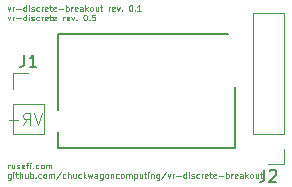
<source format=gto>
G04 #@! TF.GenerationSoftware,KiCad,Pcbnew,8.0.1-8.0.1-1~ubuntu22.04.1*
G04 #@! TF.CreationDate,2024-04-21T13:26:12+00:00*
G04 #@! TF.ProjectId,vr-discrete,76722d64-6973-4637-9265-74652e6b6963,rev?*
G04 #@! TF.SameCoordinates,Original*
G04 #@! TF.FileFunction,Legend,Top*
G04 #@! TF.FilePolarity,Positive*
%FSLAX46Y46*%
G04 Gerber Fmt 4.6, Leading zero omitted, Abs format (unit mm)*
G04 Created by KiCad (PCBNEW 8.0.1-8.0.1-1~ubuntu22.04.1) date 2024-04-21 13:26:12*
%MOMM*%
%LPD*%
G01*
G04 APERTURE LIST*
%ADD10C,0.100000*%
%ADD11C,0.150000*%
%ADD12C,0.120000*%
%ADD13C,0.200000*%
G04 APERTURE END LIST*
D10*
X772217Y15174696D02*
X891265Y14841363D01*
X891265Y14841363D02*
X1010312Y15174696D01*
X1200788Y14841363D02*
X1200788Y15174696D01*
X1200788Y15079458D02*
X1224598Y15127077D01*
X1224598Y15127077D02*
X1248407Y15150887D01*
X1248407Y15150887D02*
X1296026Y15174696D01*
X1296026Y15174696D02*
X1343645Y15174696D01*
X1510312Y15031839D02*
X1891265Y15031839D01*
X2343646Y14841363D02*
X2343646Y15341363D01*
X2343646Y14865172D02*
X2296027Y14841363D01*
X2296027Y14841363D02*
X2200789Y14841363D01*
X2200789Y14841363D02*
X2153170Y14865172D01*
X2153170Y14865172D02*
X2129360Y14888982D01*
X2129360Y14888982D02*
X2105551Y14936601D01*
X2105551Y14936601D02*
X2105551Y15079458D01*
X2105551Y15079458D02*
X2129360Y15127077D01*
X2129360Y15127077D02*
X2153170Y15150887D01*
X2153170Y15150887D02*
X2200789Y15174696D01*
X2200789Y15174696D02*
X2296027Y15174696D01*
X2296027Y15174696D02*
X2343646Y15150887D01*
X2581741Y14841363D02*
X2581741Y15174696D01*
X2581741Y15341363D02*
X2557932Y15317553D01*
X2557932Y15317553D02*
X2581741Y15293744D01*
X2581741Y15293744D02*
X2605551Y15317553D01*
X2605551Y15317553D02*
X2581741Y15341363D01*
X2581741Y15341363D02*
X2581741Y15293744D01*
X2796027Y14865172D02*
X2843646Y14841363D01*
X2843646Y14841363D02*
X2938884Y14841363D01*
X2938884Y14841363D02*
X2986503Y14865172D01*
X2986503Y14865172D02*
X3010312Y14912792D01*
X3010312Y14912792D02*
X3010312Y14936601D01*
X3010312Y14936601D02*
X2986503Y14984220D01*
X2986503Y14984220D02*
X2938884Y15008030D01*
X2938884Y15008030D02*
X2867455Y15008030D01*
X2867455Y15008030D02*
X2819836Y15031839D01*
X2819836Y15031839D02*
X2796027Y15079458D01*
X2796027Y15079458D02*
X2796027Y15103268D01*
X2796027Y15103268D02*
X2819836Y15150887D01*
X2819836Y15150887D02*
X2867455Y15174696D01*
X2867455Y15174696D02*
X2938884Y15174696D01*
X2938884Y15174696D02*
X2986503Y15150887D01*
X3438884Y14865172D02*
X3391265Y14841363D01*
X3391265Y14841363D02*
X3296027Y14841363D01*
X3296027Y14841363D02*
X3248408Y14865172D01*
X3248408Y14865172D02*
X3224598Y14888982D01*
X3224598Y14888982D02*
X3200789Y14936601D01*
X3200789Y14936601D02*
X3200789Y15079458D01*
X3200789Y15079458D02*
X3224598Y15127077D01*
X3224598Y15127077D02*
X3248408Y15150887D01*
X3248408Y15150887D02*
X3296027Y15174696D01*
X3296027Y15174696D02*
X3391265Y15174696D01*
X3391265Y15174696D02*
X3438884Y15150887D01*
X3653169Y14841363D02*
X3653169Y15174696D01*
X3653169Y15079458D02*
X3676979Y15127077D01*
X3676979Y15127077D02*
X3700788Y15150887D01*
X3700788Y15150887D02*
X3748407Y15174696D01*
X3748407Y15174696D02*
X3796026Y15174696D01*
X4153169Y14865172D02*
X4105550Y14841363D01*
X4105550Y14841363D02*
X4010312Y14841363D01*
X4010312Y14841363D02*
X3962693Y14865172D01*
X3962693Y14865172D02*
X3938884Y14912792D01*
X3938884Y14912792D02*
X3938884Y15103268D01*
X3938884Y15103268D02*
X3962693Y15150887D01*
X3962693Y15150887D02*
X4010312Y15174696D01*
X4010312Y15174696D02*
X4105550Y15174696D01*
X4105550Y15174696D02*
X4153169Y15150887D01*
X4153169Y15150887D02*
X4176979Y15103268D01*
X4176979Y15103268D02*
X4176979Y15055649D01*
X4176979Y15055649D02*
X3938884Y15008030D01*
X4319836Y15174696D02*
X4510312Y15174696D01*
X4391264Y15341363D02*
X4391264Y14912792D01*
X4391264Y14912792D02*
X4415074Y14865172D01*
X4415074Y14865172D02*
X4462693Y14841363D01*
X4462693Y14841363D02*
X4510312Y14841363D01*
X4867454Y14865172D02*
X4819835Y14841363D01*
X4819835Y14841363D02*
X4724597Y14841363D01*
X4724597Y14841363D02*
X4676978Y14865172D01*
X4676978Y14865172D02*
X4653169Y14912792D01*
X4653169Y14912792D02*
X4653169Y15103268D01*
X4653169Y15103268D02*
X4676978Y15150887D01*
X4676978Y15150887D02*
X4724597Y15174696D01*
X4724597Y15174696D02*
X4819835Y15174696D01*
X4819835Y15174696D02*
X4867454Y15150887D01*
X4867454Y15150887D02*
X4891264Y15103268D01*
X4891264Y15103268D02*
X4891264Y15055649D01*
X4891264Y15055649D02*
X4653169Y15008030D01*
X5105549Y15031839D02*
X5486502Y15031839D01*
X5724597Y14841363D02*
X5724597Y15341363D01*
X5724597Y15150887D02*
X5772216Y15174696D01*
X5772216Y15174696D02*
X5867454Y15174696D01*
X5867454Y15174696D02*
X5915073Y15150887D01*
X5915073Y15150887D02*
X5938883Y15127077D01*
X5938883Y15127077D02*
X5962692Y15079458D01*
X5962692Y15079458D02*
X5962692Y14936601D01*
X5962692Y14936601D02*
X5938883Y14888982D01*
X5938883Y14888982D02*
X5915073Y14865172D01*
X5915073Y14865172D02*
X5867454Y14841363D01*
X5867454Y14841363D02*
X5772216Y14841363D01*
X5772216Y14841363D02*
X5724597Y14865172D01*
X6176978Y14841363D02*
X6176978Y15174696D01*
X6176978Y15079458D02*
X6200788Y15127077D01*
X6200788Y15127077D02*
X6224597Y15150887D01*
X6224597Y15150887D02*
X6272216Y15174696D01*
X6272216Y15174696D02*
X6319835Y15174696D01*
X6676978Y14865172D02*
X6629359Y14841363D01*
X6629359Y14841363D02*
X6534121Y14841363D01*
X6534121Y14841363D02*
X6486502Y14865172D01*
X6486502Y14865172D02*
X6462693Y14912792D01*
X6462693Y14912792D02*
X6462693Y15103268D01*
X6462693Y15103268D02*
X6486502Y15150887D01*
X6486502Y15150887D02*
X6534121Y15174696D01*
X6534121Y15174696D02*
X6629359Y15174696D01*
X6629359Y15174696D02*
X6676978Y15150887D01*
X6676978Y15150887D02*
X6700788Y15103268D01*
X6700788Y15103268D02*
X6700788Y15055649D01*
X6700788Y15055649D02*
X6462693Y15008030D01*
X7129359Y14841363D02*
X7129359Y15103268D01*
X7129359Y15103268D02*
X7105549Y15150887D01*
X7105549Y15150887D02*
X7057930Y15174696D01*
X7057930Y15174696D02*
X6962692Y15174696D01*
X6962692Y15174696D02*
X6915073Y15150887D01*
X7129359Y14865172D02*
X7081740Y14841363D01*
X7081740Y14841363D02*
X6962692Y14841363D01*
X6962692Y14841363D02*
X6915073Y14865172D01*
X6915073Y14865172D02*
X6891264Y14912792D01*
X6891264Y14912792D02*
X6891264Y14960411D01*
X6891264Y14960411D02*
X6915073Y15008030D01*
X6915073Y15008030D02*
X6962692Y15031839D01*
X6962692Y15031839D02*
X7081740Y15031839D01*
X7081740Y15031839D02*
X7129359Y15055649D01*
X7367454Y14841363D02*
X7367454Y15341363D01*
X7415073Y15031839D02*
X7557930Y14841363D01*
X7557930Y15174696D02*
X7367454Y14984220D01*
X7843645Y14841363D02*
X7796026Y14865172D01*
X7796026Y14865172D02*
X7772216Y14888982D01*
X7772216Y14888982D02*
X7748407Y14936601D01*
X7748407Y14936601D02*
X7748407Y15079458D01*
X7748407Y15079458D02*
X7772216Y15127077D01*
X7772216Y15127077D02*
X7796026Y15150887D01*
X7796026Y15150887D02*
X7843645Y15174696D01*
X7843645Y15174696D02*
X7915073Y15174696D01*
X7915073Y15174696D02*
X7962692Y15150887D01*
X7962692Y15150887D02*
X7986502Y15127077D01*
X7986502Y15127077D02*
X8010311Y15079458D01*
X8010311Y15079458D02*
X8010311Y14936601D01*
X8010311Y14936601D02*
X7986502Y14888982D01*
X7986502Y14888982D02*
X7962692Y14865172D01*
X7962692Y14865172D02*
X7915073Y14841363D01*
X7915073Y14841363D02*
X7843645Y14841363D01*
X8438883Y15174696D02*
X8438883Y14841363D01*
X8224597Y15174696D02*
X8224597Y14912792D01*
X8224597Y14912792D02*
X8248407Y14865172D01*
X8248407Y14865172D02*
X8296026Y14841363D01*
X8296026Y14841363D02*
X8367454Y14841363D01*
X8367454Y14841363D02*
X8415073Y14865172D01*
X8415073Y14865172D02*
X8438883Y14888982D01*
X8605550Y15174696D02*
X8796026Y15174696D01*
X8676978Y15341363D02*
X8676978Y14912792D01*
X8676978Y14912792D02*
X8700788Y14865172D01*
X8700788Y14865172D02*
X8748407Y14841363D01*
X8748407Y14841363D02*
X8796026Y14841363D01*
X9343644Y14841363D02*
X9343644Y15174696D01*
X9343644Y15079458D02*
X9367454Y15127077D01*
X9367454Y15127077D02*
X9391263Y15150887D01*
X9391263Y15150887D02*
X9438882Y15174696D01*
X9438882Y15174696D02*
X9486501Y15174696D01*
X9843644Y14865172D02*
X9796025Y14841363D01*
X9796025Y14841363D02*
X9700787Y14841363D01*
X9700787Y14841363D02*
X9653168Y14865172D01*
X9653168Y14865172D02*
X9629359Y14912792D01*
X9629359Y14912792D02*
X9629359Y15103268D01*
X9629359Y15103268D02*
X9653168Y15150887D01*
X9653168Y15150887D02*
X9700787Y15174696D01*
X9700787Y15174696D02*
X9796025Y15174696D01*
X9796025Y15174696D02*
X9843644Y15150887D01*
X9843644Y15150887D02*
X9867454Y15103268D01*
X9867454Y15103268D02*
X9867454Y15055649D01*
X9867454Y15055649D02*
X9629359Y15008030D01*
X10034120Y15174696D02*
X10153168Y14841363D01*
X10153168Y14841363D02*
X10272215Y15174696D01*
X10462691Y14888982D02*
X10486501Y14865172D01*
X10486501Y14865172D02*
X10462691Y14841363D01*
X10462691Y14841363D02*
X10438882Y14865172D01*
X10438882Y14865172D02*
X10462691Y14888982D01*
X10462691Y14888982D02*
X10462691Y14841363D01*
X11176976Y15341363D02*
X11224595Y15341363D01*
X11224595Y15341363D02*
X11272214Y15317553D01*
X11272214Y15317553D02*
X11296024Y15293744D01*
X11296024Y15293744D02*
X11319833Y15246125D01*
X11319833Y15246125D02*
X11343643Y15150887D01*
X11343643Y15150887D02*
X11343643Y15031839D01*
X11343643Y15031839D02*
X11319833Y14936601D01*
X11319833Y14936601D02*
X11296024Y14888982D01*
X11296024Y14888982D02*
X11272214Y14865172D01*
X11272214Y14865172D02*
X11224595Y14841363D01*
X11224595Y14841363D02*
X11176976Y14841363D01*
X11176976Y14841363D02*
X11129357Y14865172D01*
X11129357Y14865172D02*
X11105548Y14888982D01*
X11105548Y14888982D02*
X11081738Y14936601D01*
X11081738Y14936601D02*
X11057929Y15031839D01*
X11057929Y15031839D02*
X11057929Y15150887D01*
X11057929Y15150887D02*
X11081738Y15246125D01*
X11081738Y15246125D02*
X11105548Y15293744D01*
X11105548Y15293744D02*
X11129357Y15317553D01*
X11129357Y15317553D02*
X11176976Y15341363D01*
X11557928Y14888982D02*
X11581738Y14865172D01*
X11581738Y14865172D02*
X11557928Y14841363D01*
X11557928Y14841363D02*
X11534119Y14865172D01*
X11534119Y14865172D02*
X11557928Y14888982D01*
X11557928Y14888982D02*
X11557928Y14841363D01*
X12057928Y14841363D02*
X11772214Y14841363D01*
X11915071Y14841363D02*
X11915071Y15341363D01*
X11915071Y15341363D02*
X11867452Y15269934D01*
X11867452Y15269934D02*
X11819833Y15222315D01*
X11819833Y15222315D02*
X11772214Y15198506D01*
X772217Y14369724D02*
X891265Y14036391D01*
X891265Y14036391D02*
X1010312Y14369724D01*
X1200788Y14036391D02*
X1200788Y14369724D01*
X1200788Y14274486D02*
X1224598Y14322105D01*
X1224598Y14322105D02*
X1248407Y14345915D01*
X1248407Y14345915D02*
X1296026Y14369724D01*
X1296026Y14369724D02*
X1343645Y14369724D01*
X1510312Y14226867D02*
X1891265Y14226867D01*
X2343646Y14036391D02*
X2343646Y14536391D01*
X2343646Y14060200D02*
X2296027Y14036391D01*
X2296027Y14036391D02*
X2200789Y14036391D01*
X2200789Y14036391D02*
X2153170Y14060200D01*
X2153170Y14060200D02*
X2129360Y14084010D01*
X2129360Y14084010D02*
X2105551Y14131629D01*
X2105551Y14131629D02*
X2105551Y14274486D01*
X2105551Y14274486D02*
X2129360Y14322105D01*
X2129360Y14322105D02*
X2153170Y14345915D01*
X2153170Y14345915D02*
X2200789Y14369724D01*
X2200789Y14369724D02*
X2296027Y14369724D01*
X2296027Y14369724D02*
X2343646Y14345915D01*
X2581741Y14036391D02*
X2581741Y14369724D01*
X2581741Y14536391D02*
X2557932Y14512581D01*
X2557932Y14512581D02*
X2581741Y14488772D01*
X2581741Y14488772D02*
X2605551Y14512581D01*
X2605551Y14512581D02*
X2581741Y14536391D01*
X2581741Y14536391D02*
X2581741Y14488772D01*
X2796027Y14060200D02*
X2843646Y14036391D01*
X2843646Y14036391D02*
X2938884Y14036391D01*
X2938884Y14036391D02*
X2986503Y14060200D01*
X2986503Y14060200D02*
X3010312Y14107820D01*
X3010312Y14107820D02*
X3010312Y14131629D01*
X3010312Y14131629D02*
X2986503Y14179248D01*
X2986503Y14179248D02*
X2938884Y14203058D01*
X2938884Y14203058D02*
X2867455Y14203058D01*
X2867455Y14203058D02*
X2819836Y14226867D01*
X2819836Y14226867D02*
X2796027Y14274486D01*
X2796027Y14274486D02*
X2796027Y14298296D01*
X2796027Y14298296D02*
X2819836Y14345915D01*
X2819836Y14345915D02*
X2867455Y14369724D01*
X2867455Y14369724D02*
X2938884Y14369724D01*
X2938884Y14369724D02*
X2986503Y14345915D01*
X3438884Y14060200D02*
X3391265Y14036391D01*
X3391265Y14036391D02*
X3296027Y14036391D01*
X3296027Y14036391D02*
X3248408Y14060200D01*
X3248408Y14060200D02*
X3224598Y14084010D01*
X3224598Y14084010D02*
X3200789Y14131629D01*
X3200789Y14131629D02*
X3200789Y14274486D01*
X3200789Y14274486D02*
X3224598Y14322105D01*
X3224598Y14322105D02*
X3248408Y14345915D01*
X3248408Y14345915D02*
X3296027Y14369724D01*
X3296027Y14369724D02*
X3391265Y14369724D01*
X3391265Y14369724D02*
X3438884Y14345915D01*
X3653169Y14036391D02*
X3653169Y14369724D01*
X3653169Y14274486D02*
X3676979Y14322105D01*
X3676979Y14322105D02*
X3700788Y14345915D01*
X3700788Y14345915D02*
X3748407Y14369724D01*
X3748407Y14369724D02*
X3796026Y14369724D01*
X4153169Y14060200D02*
X4105550Y14036391D01*
X4105550Y14036391D02*
X4010312Y14036391D01*
X4010312Y14036391D02*
X3962693Y14060200D01*
X3962693Y14060200D02*
X3938884Y14107820D01*
X3938884Y14107820D02*
X3938884Y14298296D01*
X3938884Y14298296D02*
X3962693Y14345915D01*
X3962693Y14345915D02*
X4010312Y14369724D01*
X4010312Y14369724D02*
X4105550Y14369724D01*
X4105550Y14369724D02*
X4153169Y14345915D01*
X4153169Y14345915D02*
X4176979Y14298296D01*
X4176979Y14298296D02*
X4176979Y14250677D01*
X4176979Y14250677D02*
X3938884Y14203058D01*
X4319836Y14369724D02*
X4510312Y14369724D01*
X4391264Y14536391D02*
X4391264Y14107820D01*
X4391264Y14107820D02*
X4415074Y14060200D01*
X4415074Y14060200D02*
X4462693Y14036391D01*
X4462693Y14036391D02*
X4510312Y14036391D01*
X4867454Y14060200D02*
X4819835Y14036391D01*
X4819835Y14036391D02*
X4724597Y14036391D01*
X4724597Y14036391D02*
X4676978Y14060200D01*
X4676978Y14060200D02*
X4653169Y14107820D01*
X4653169Y14107820D02*
X4653169Y14298296D01*
X4653169Y14298296D02*
X4676978Y14345915D01*
X4676978Y14345915D02*
X4724597Y14369724D01*
X4724597Y14369724D02*
X4819835Y14369724D01*
X4819835Y14369724D02*
X4867454Y14345915D01*
X4867454Y14345915D02*
X4891264Y14298296D01*
X4891264Y14298296D02*
X4891264Y14250677D01*
X4891264Y14250677D02*
X4653169Y14203058D01*
X5486501Y14036391D02*
X5486501Y14369724D01*
X5486501Y14274486D02*
X5510311Y14322105D01*
X5510311Y14322105D02*
X5534120Y14345915D01*
X5534120Y14345915D02*
X5581739Y14369724D01*
X5581739Y14369724D02*
X5629358Y14369724D01*
X5986501Y14060200D02*
X5938882Y14036391D01*
X5938882Y14036391D02*
X5843644Y14036391D01*
X5843644Y14036391D02*
X5796025Y14060200D01*
X5796025Y14060200D02*
X5772216Y14107820D01*
X5772216Y14107820D02*
X5772216Y14298296D01*
X5772216Y14298296D02*
X5796025Y14345915D01*
X5796025Y14345915D02*
X5843644Y14369724D01*
X5843644Y14369724D02*
X5938882Y14369724D01*
X5938882Y14369724D02*
X5986501Y14345915D01*
X5986501Y14345915D02*
X6010311Y14298296D01*
X6010311Y14298296D02*
X6010311Y14250677D01*
X6010311Y14250677D02*
X5772216Y14203058D01*
X6176977Y14369724D02*
X6296025Y14036391D01*
X6296025Y14036391D02*
X6415072Y14369724D01*
X6605548Y14084010D02*
X6629358Y14060200D01*
X6629358Y14060200D02*
X6605548Y14036391D01*
X6605548Y14036391D02*
X6581739Y14060200D01*
X6581739Y14060200D02*
X6605548Y14084010D01*
X6605548Y14084010D02*
X6605548Y14036391D01*
X7319833Y14536391D02*
X7367452Y14536391D01*
X7367452Y14536391D02*
X7415071Y14512581D01*
X7415071Y14512581D02*
X7438881Y14488772D01*
X7438881Y14488772D02*
X7462690Y14441153D01*
X7462690Y14441153D02*
X7486500Y14345915D01*
X7486500Y14345915D02*
X7486500Y14226867D01*
X7486500Y14226867D02*
X7462690Y14131629D01*
X7462690Y14131629D02*
X7438881Y14084010D01*
X7438881Y14084010D02*
X7415071Y14060200D01*
X7415071Y14060200D02*
X7367452Y14036391D01*
X7367452Y14036391D02*
X7319833Y14036391D01*
X7319833Y14036391D02*
X7272214Y14060200D01*
X7272214Y14060200D02*
X7248405Y14084010D01*
X7248405Y14084010D02*
X7224595Y14131629D01*
X7224595Y14131629D02*
X7200786Y14226867D01*
X7200786Y14226867D02*
X7200786Y14345915D01*
X7200786Y14345915D02*
X7224595Y14441153D01*
X7224595Y14441153D02*
X7248405Y14488772D01*
X7248405Y14488772D02*
X7272214Y14512581D01*
X7272214Y14512581D02*
X7319833Y14536391D01*
X7700785Y14084010D02*
X7724595Y14060200D01*
X7724595Y14060200D02*
X7700785Y14036391D01*
X7700785Y14036391D02*
X7676976Y14060200D01*
X7676976Y14060200D02*
X7700785Y14084010D01*
X7700785Y14084010D02*
X7700785Y14036391D01*
X8176975Y14536391D02*
X7938880Y14536391D01*
X7938880Y14536391D02*
X7915071Y14298296D01*
X7915071Y14298296D02*
X7938880Y14322105D01*
X7938880Y14322105D02*
X7986499Y14345915D01*
X7986499Y14345915D02*
X8105547Y14345915D01*
X8105547Y14345915D02*
X8153166Y14322105D01*
X8153166Y14322105D02*
X8176975Y14298296D01*
X8176975Y14298296D02*
X8200785Y14250677D01*
X8200785Y14250677D02*
X8200785Y14131629D01*
X8200785Y14131629D02*
X8176975Y14084010D01*
X8176975Y14084010D02*
X8153166Y14060200D01*
X8153166Y14060200D02*
X8105547Y14036391D01*
X8105547Y14036391D02*
X7986499Y14036391D01*
X7986499Y14036391D02*
X7938880Y14060200D01*
X7938880Y14060200D02*
X7915071Y14084010D01*
X3648972Y6207581D02*
X3315639Y5207581D01*
X3315639Y5207581D02*
X2982306Y6207581D01*
X2077544Y5207581D02*
X2410877Y5683772D01*
X2648972Y5207581D02*
X2648972Y6207581D01*
X2648972Y6207581D02*
X2268020Y6207581D01*
X2268020Y6207581D02*
X2172782Y6159962D01*
X2172782Y6159962D02*
X2125163Y6112343D01*
X2125163Y6112343D02*
X2077544Y6017105D01*
X2077544Y6017105D02*
X2077544Y5874248D01*
X2077544Y5874248D02*
X2125163Y5779010D01*
X2125163Y5779010D02*
X2172782Y5731391D01*
X2172782Y5731391D02*
X2268020Y5683772D01*
X2268020Y5683772D02*
X2648972Y5683772D01*
X1648972Y5588534D02*
X887068Y5588534D01*
X1268020Y5207581D02*
X1268020Y5969486D01*
X819836Y1506363D02*
X819836Y1839696D01*
X819836Y1744458D02*
X843646Y1792077D01*
X843646Y1792077D02*
X867455Y1815887D01*
X867455Y1815887D02*
X915074Y1839696D01*
X915074Y1839696D02*
X962693Y1839696D01*
X1343646Y1839696D02*
X1343646Y1506363D01*
X1129360Y1839696D02*
X1129360Y1577792D01*
X1129360Y1577792D02*
X1153170Y1530172D01*
X1153170Y1530172D02*
X1200789Y1506363D01*
X1200789Y1506363D02*
X1272217Y1506363D01*
X1272217Y1506363D02*
X1319836Y1530172D01*
X1319836Y1530172D02*
X1343646Y1553982D01*
X1557932Y1530172D02*
X1605551Y1506363D01*
X1605551Y1506363D02*
X1700789Y1506363D01*
X1700789Y1506363D02*
X1748408Y1530172D01*
X1748408Y1530172D02*
X1772217Y1577792D01*
X1772217Y1577792D02*
X1772217Y1601601D01*
X1772217Y1601601D02*
X1748408Y1649220D01*
X1748408Y1649220D02*
X1700789Y1673030D01*
X1700789Y1673030D02*
X1629360Y1673030D01*
X1629360Y1673030D02*
X1581741Y1696839D01*
X1581741Y1696839D02*
X1557932Y1744458D01*
X1557932Y1744458D02*
X1557932Y1768268D01*
X1557932Y1768268D02*
X1581741Y1815887D01*
X1581741Y1815887D02*
X1629360Y1839696D01*
X1629360Y1839696D02*
X1700789Y1839696D01*
X1700789Y1839696D02*
X1748408Y1815887D01*
X2176979Y1530172D02*
X2129360Y1506363D01*
X2129360Y1506363D02*
X2034122Y1506363D01*
X2034122Y1506363D02*
X1986503Y1530172D01*
X1986503Y1530172D02*
X1962694Y1577792D01*
X1962694Y1577792D02*
X1962694Y1768268D01*
X1962694Y1768268D02*
X1986503Y1815887D01*
X1986503Y1815887D02*
X2034122Y1839696D01*
X2034122Y1839696D02*
X2129360Y1839696D01*
X2129360Y1839696D02*
X2176979Y1815887D01*
X2176979Y1815887D02*
X2200789Y1768268D01*
X2200789Y1768268D02*
X2200789Y1720649D01*
X2200789Y1720649D02*
X1962694Y1673030D01*
X2343646Y1839696D02*
X2534122Y1839696D01*
X2415074Y1506363D02*
X2415074Y1934934D01*
X2415074Y1934934D02*
X2438884Y1982553D01*
X2438884Y1982553D02*
X2486503Y2006363D01*
X2486503Y2006363D02*
X2534122Y2006363D01*
X2700788Y1506363D02*
X2700788Y1839696D01*
X2700788Y2006363D02*
X2676979Y1982553D01*
X2676979Y1982553D02*
X2700788Y1958744D01*
X2700788Y1958744D02*
X2724598Y1982553D01*
X2724598Y1982553D02*
X2700788Y2006363D01*
X2700788Y2006363D02*
X2700788Y1958744D01*
X2938883Y1553982D02*
X2962693Y1530172D01*
X2962693Y1530172D02*
X2938883Y1506363D01*
X2938883Y1506363D02*
X2915074Y1530172D01*
X2915074Y1530172D02*
X2938883Y1553982D01*
X2938883Y1553982D02*
X2938883Y1506363D01*
X3391264Y1530172D02*
X3343645Y1506363D01*
X3343645Y1506363D02*
X3248407Y1506363D01*
X3248407Y1506363D02*
X3200788Y1530172D01*
X3200788Y1530172D02*
X3176978Y1553982D01*
X3176978Y1553982D02*
X3153169Y1601601D01*
X3153169Y1601601D02*
X3153169Y1744458D01*
X3153169Y1744458D02*
X3176978Y1792077D01*
X3176978Y1792077D02*
X3200788Y1815887D01*
X3200788Y1815887D02*
X3248407Y1839696D01*
X3248407Y1839696D02*
X3343645Y1839696D01*
X3343645Y1839696D02*
X3391264Y1815887D01*
X3676978Y1506363D02*
X3629359Y1530172D01*
X3629359Y1530172D02*
X3605549Y1553982D01*
X3605549Y1553982D02*
X3581740Y1601601D01*
X3581740Y1601601D02*
X3581740Y1744458D01*
X3581740Y1744458D02*
X3605549Y1792077D01*
X3605549Y1792077D02*
X3629359Y1815887D01*
X3629359Y1815887D02*
X3676978Y1839696D01*
X3676978Y1839696D02*
X3748406Y1839696D01*
X3748406Y1839696D02*
X3796025Y1815887D01*
X3796025Y1815887D02*
X3819835Y1792077D01*
X3819835Y1792077D02*
X3843644Y1744458D01*
X3843644Y1744458D02*
X3843644Y1601601D01*
X3843644Y1601601D02*
X3819835Y1553982D01*
X3819835Y1553982D02*
X3796025Y1530172D01*
X3796025Y1530172D02*
X3748406Y1506363D01*
X3748406Y1506363D02*
X3676978Y1506363D01*
X4057930Y1506363D02*
X4057930Y1839696D01*
X4057930Y1792077D02*
X4081740Y1815887D01*
X4081740Y1815887D02*
X4129359Y1839696D01*
X4129359Y1839696D02*
X4200787Y1839696D01*
X4200787Y1839696D02*
X4248406Y1815887D01*
X4248406Y1815887D02*
X4272216Y1768268D01*
X4272216Y1768268D02*
X4272216Y1506363D01*
X4272216Y1768268D02*
X4296025Y1815887D01*
X4296025Y1815887D02*
X4343644Y1839696D01*
X4343644Y1839696D02*
X4415073Y1839696D01*
X4415073Y1839696D02*
X4462692Y1815887D01*
X4462692Y1815887D02*
X4486502Y1768268D01*
X4486502Y1768268D02*
X4486502Y1506363D01*
X1034122Y1034724D02*
X1034122Y629962D01*
X1034122Y629962D02*
X1010312Y582343D01*
X1010312Y582343D02*
X986503Y558534D01*
X986503Y558534D02*
X938884Y534724D01*
X938884Y534724D02*
X867455Y534724D01*
X867455Y534724D02*
X819836Y558534D01*
X1034122Y725200D02*
X986503Y701391D01*
X986503Y701391D02*
X891265Y701391D01*
X891265Y701391D02*
X843646Y725200D01*
X843646Y725200D02*
X819836Y749010D01*
X819836Y749010D02*
X796027Y796629D01*
X796027Y796629D02*
X796027Y939486D01*
X796027Y939486D02*
X819836Y987105D01*
X819836Y987105D02*
X843646Y1010915D01*
X843646Y1010915D02*
X891265Y1034724D01*
X891265Y1034724D02*
X986503Y1034724D01*
X986503Y1034724D02*
X1034122Y1010915D01*
X1272217Y701391D02*
X1272217Y1034724D01*
X1272217Y1201391D02*
X1248408Y1177581D01*
X1248408Y1177581D02*
X1272217Y1153772D01*
X1272217Y1153772D02*
X1296027Y1177581D01*
X1296027Y1177581D02*
X1272217Y1201391D01*
X1272217Y1201391D02*
X1272217Y1153772D01*
X1438884Y1034724D02*
X1629360Y1034724D01*
X1510312Y1201391D02*
X1510312Y772820D01*
X1510312Y772820D02*
X1534122Y725200D01*
X1534122Y725200D02*
X1581741Y701391D01*
X1581741Y701391D02*
X1629360Y701391D01*
X1796026Y701391D02*
X1796026Y1201391D01*
X2010312Y701391D02*
X2010312Y963296D01*
X2010312Y963296D02*
X1986502Y1010915D01*
X1986502Y1010915D02*
X1938883Y1034724D01*
X1938883Y1034724D02*
X1867455Y1034724D01*
X1867455Y1034724D02*
X1819836Y1010915D01*
X1819836Y1010915D02*
X1796026Y987105D01*
X2462693Y1034724D02*
X2462693Y701391D01*
X2248407Y1034724D02*
X2248407Y772820D01*
X2248407Y772820D02*
X2272217Y725200D01*
X2272217Y725200D02*
X2319836Y701391D01*
X2319836Y701391D02*
X2391264Y701391D01*
X2391264Y701391D02*
X2438883Y725200D01*
X2438883Y725200D02*
X2462693Y749010D01*
X2700788Y701391D02*
X2700788Y1201391D01*
X2700788Y1010915D02*
X2748407Y1034724D01*
X2748407Y1034724D02*
X2843645Y1034724D01*
X2843645Y1034724D02*
X2891264Y1010915D01*
X2891264Y1010915D02*
X2915074Y987105D01*
X2915074Y987105D02*
X2938883Y939486D01*
X2938883Y939486D02*
X2938883Y796629D01*
X2938883Y796629D02*
X2915074Y749010D01*
X2915074Y749010D02*
X2891264Y725200D01*
X2891264Y725200D02*
X2843645Y701391D01*
X2843645Y701391D02*
X2748407Y701391D01*
X2748407Y701391D02*
X2700788Y725200D01*
X3153169Y749010D02*
X3176979Y725200D01*
X3176979Y725200D02*
X3153169Y701391D01*
X3153169Y701391D02*
X3129360Y725200D01*
X3129360Y725200D02*
X3153169Y749010D01*
X3153169Y749010D02*
X3153169Y701391D01*
X3605550Y725200D02*
X3557931Y701391D01*
X3557931Y701391D02*
X3462693Y701391D01*
X3462693Y701391D02*
X3415074Y725200D01*
X3415074Y725200D02*
X3391264Y749010D01*
X3391264Y749010D02*
X3367455Y796629D01*
X3367455Y796629D02*
X3367455Y939486D01*
X3367455Y939486D02*
X3391264Y987105D01*
X3391264Y987105D02*
X3415074Y1010915D01*
X3415074Y1010915D02*
X3462693Y1034724D01*
X3462693Y1034724D02*
X3557931Y1034724D01*
X3557931Y1034724D02*
X3605550Y1010915D01*
X3891264Y701391D02*
X3843645Y725200D01*
X3843645Y725200D02*
X3819835Y749010D01*
X3819835Y749010D02*
X3796026Y796629D01*
X3796026Y796629D02*
X3796026Y939486D01*
X3796026Y939486D02*
X3819835Y987105D01*
X3819835Y987105D02*
X3843645Y1010915D01*
X3843645Y1010915D02*
X3891264Y1034724D01*
X3891264Y1034724D02*
X3962692Y1034724D01*
X3962692Y1034724D02*
X4010311Y1010915D01*
X4010311Y1010915D02*
X4034121Y987105D01*
X4034121Y987105D02*
X4057930Y939486D01*
X4057930Y939486D02*
X4057930Y796629D01*
X4057930Y796629D02*
X4034121Y749010D01*
X4034121Y749010D02*
X4010311Y725200D01*
X4010311Y725200D02*
X3962692Y701391D01*
X3962692Y701391D02*
X3891264Y701391D01*
X4272216Y701391D02*
X4272216Y1034724D01*
X4272216Y987105D02*
X4296026Y1010915D01*
X4296026Y1010915D02*
X4343645Y1034724D01*
X4343645Y1034724D02*
X4415073Y1034724D01*
X4415073Y1034724D02*
X4462692Y1010915D01*
X4462692Y1010915D02*
X4486502Y963296D01*
X4486502Y963296D02*
X4486502Y701391D01*
X4486502Y963296D02*
X4510311Y1010915D01*
X4510311Y1010915D02*
X4557930Y1034724D01*
X4557930Y1034724D02*
X4629359Y1034724D01*
X4629359Y1034724D02*
X4676978Y1010915D01*
X4676978Y1010915D02*
X4700788Y963296D01*
X4700788Y963296D02*
X4700788Y701391D01*
X5296026Y1225200D02*
X4867455Y582343D01*
X5676979Y725200D02*
X5629360Y701391D01*
X5629360Y701391D02*
X5534122Y701391D01*
X5534122Y701391D02*
X5486503Y725200D01*
X5486503Y725200D02*
X5462693Y749010D01*
X5462693Y749010D02*
X5438884Y796629D01*
X5438884Y796629D02*
X5438884Y939486D01*
X5438884Y939486D02*
X5462693Y987105D01*
X5462693Y987105D02*
X5486503Y1010915D01*
X5486503Y1010915D02*
X5534122Y1034724D01*
X5534122Y1034724D02*
X5629360Y1034724D01*
X5629360Y1034724D02*
X5676979Y1010915D01*
X5891264Y701391D02*
X5891264Y1201391D01*
X6105550Y701391D02*
X6105550Y963296D01*
X6105550Y963296D02*
X6081740Y1010915D01*
X6081740Y1010915D02*
X6034121Y1034724D01*
X6034121Y1034724D02*
X5962693Y1034724D01*
X5962693Y1034724D02*
X5915074Y1010915D01*
X5915074Y1010915D02*
X5891264Y987105D01*
X6557931Y1034724D02*
X6557931Y701391D01*
X6343645Y1034724D02*
X6343645Y772820D01*
X6343645Y772820D02*
X6367455Y725200D01*
X6367455Y725200D02*
X6415074Y701391D01*
X6415074Y701391D02*
X6486502Y701391D01*
X6486502Y701391D02*
X6534121Y725200D01*
X6534121Y725200D02*
X6557931Y749010D01*
X7010312Y725200D02*
X6962693Y701391D01*
X6962693Y701391D02*
X6867455Y701391D01*
X6867455Y701391D02*
X6819836Y725200D01*
X6819836Y725200D02*
X6796026Y749010D01*
X6796026Y749010D02*
X6772217Y796629D01*
X6772217Y796629D02*
X6772217Y939486D01*
X6772217Y939486D02*
X6796026Y987105D01*
X6796026Y987105D02*
X6819836Y1010915D01*
X6819836Y1010915D02*
X6867455Y1034724D01*
X6867455Y1034724D02*
X6962693Y1034724D01*
X6962693Y1034724D02*
X7010312Y1010915D01*
X7224597Y701391D02*
X7224597Y1201391D01*
X7272216Y891867D02*
X7415073Y701391D01*
X7415073Y1034724D02*
X7224597Y844248D01*
X7581740Y1034724D02*
X7676978Y701391D01*
X7676978Y701391D02*
X7772216Y939486D01*
X7772216Y939486D02*
X7867454Y701391D01*
X7867454Y701391D02*
X7962692Y1034724D01*
X8367455Y701391D02*
X8367455Y963296D01*
X8367455Y963296D02*
X8343645Y1010915D01*
X8343645Y1010915D02*
X8296026Y1034724D01*
X8296026Y1034724D02*
X8200788Y1034724D01*
X8200788Y1034724D02*
X8153169Y1010915D01*
X8367455Y725200D02*
X8319836Y701391D01*
X8319836Y701391D02*
X8200788Y701391D01*
X8200788Y701391D02*
X8153169Y725200D01*
X8153169Y725200D02*
X8129360Y772820D01*
X8129360Y772820D02*
X8129360Y820439D01*
X8129360Y820439D02*
X8153169Y868058D01*
X8153169Y868058D02*
X8200788Y891867D01*
X8200788Y891867D02*
X8319836Y891867D01*
X8319836Y891867D02*
X8367455Y915677D01*
X8819836Y1034724D02*
X8819836Y629962D01*
X8819836Y629962D02*
X8796026Y582343D01*
X8796026Y582343D02*
X8772217Y558534D01*
X8772217Y558534D02*
X8724598Y534724D01*
X8724598Y534724D02*
X8653169Y534724D01*
X8653169Y534724D02*
X8605550Y558534D01*
X8819836Y725200D02*
X8772217Y701391D01*
X8772217Y701391D02*
X8676979Y701391D01*
X8676979Y701391D02*
X8629360Y725200D01*
X8629360Y725200D02*
X8605550Y749010D01*
X8605550Y749010D02*
X8581741Y796629D01*
X8581741Y796629D02*
X8581741Y939486D01*
X8581741Y939486D02*
X8605550Y987105D01*
X8605550Y987105D02*
X8629360Y1010915D01*
X8629360Y1010915D02*
X8676979Y1034724D01*
X8676979Y1034724D02*
X8772217Y1034724D01*
X8772217Y1034724D02*
X8819836Y1010915D01*
X9129360Y701391D02*
X9081741Y725200D01*
X9081741Y725200D02*
X9057931Y749010D01*
X9057931Y749010D02*
X9034122Y796629D01*
X9034122Y796629D02*
X9034122Y939486D01*
X9034122Y939486D02*
X9057931Y987105D01*
X9057931Y987105D02*
X9081741Y1010915D01*
X9081741Y1010915D02*
X9129360Y1034724D01*
X9129360Y1034724D02*
X9200788Y1034724D01*
X9200788Y1034724D02*
X9248407Y1010915D01*
X9248407Y1010915D02*
X9272217Y987105D01*
X9272217Y987105D02*
X9296026Y939486D01*
X9296026Y939486D02*
X9296026Y796629D01*
X9296026Y796629D02*
X9272217Y749010D01*
X9272217Y749010D02*
X9248407Y725200D01*
X9248407Y725200D02*
X9200788Y701391D01*
X9200788Y701391D02*
X9129360Y701391D01*
X9510312Y1034724D02*
X9510312Y701391D01*
X9510312Y987105D02*
X9534122Y1010915D01*
X9534122Y1010915D02*
X9581741Y1034724D01*
X9581741Y1034724D02*
X9653169Y1034724D01*
X9653169Y1034724D02*
X9700788Y1010915D01*
X9700788Y1010915D02*
X9724598Y963296D01*
X9724598Y963296D02*
X9724598Y701391D01*
X10176979Y725200D02*
X10129360Y701391D01*
X10129360Y701391D02*
X10034122Y701391D01*
X10034122Y701391D02*
X9986503Y725200D01*
X9986503Y725200D02*
X9962693Y749010D01*
X9962693Y749010D02*
X9938884Y796629D01*
X9938884Y796629D02*
X9938884Y939486D01*
X9938884Y939486D02*
X9962693Y987105D01*
X9962693Y987105D02*
X9986503Y1010915D01*
X9986503Y1010915D02*
X10034122Y1034724D01*
X10034122Y1034724D02*
X10129360Y1034724D01*
X10129360Y1034724D02*
X10176979Y1010915D01*
X10462693Y701391D02*
X10415074Y725200D01*
X10415074Y725200D02*
X10391264Y749010D01*
X10391264Y749010D02*
X10367455Y796629D01*
X10367455Y796629D02*
X10367455Y939486D01*
X10367455Y939486D02*
X10391264Y987105D01*
X10391264Y987105D02*
X10415074Y1010915D01*
X10415074Y1010915D02*
X10462693Y1034724D01*
X10462693Y1034724D02*
X10534121Y1034724D01*
X10534121Y1034724D02*
X10581740Y1010915D01*
X10581740Y1010915D02*
X10605550Y987105D01*
X10605550Y987105D02*
X10629359Y939486D01*
X10629359Y939486D02*
X10629359Y796629D01*
X10629359Y796629D02*
X10605550Y749010D01*
X10605550Y749010D02*
X10581740Y725200D01*
X10581740Y725200D02*
X10534121Y701391D01*
X10534121Y701391D02*
X10462693Y701391D01*
X10843645Y701391D02*
X10843645Y1034724D01*
X10843645Y987105D02*
X10867455Y1010915D01*
X10867455Y1010915D02*
X10915074Y1034724D01*
X10915074Y1034724D02*
X10986502Y1034724D01*
X10986502Y1034724D02*
X11034121Y1010915D01*
X11034121Y1010915D02*
X11057931Y963296D01*
X11057931Y963296D02*
X11057931Y701391D01*
X11057931Y963296D02*
X11081740Y1010915D01*
X11081740Y1010915D02*
X11129359Y1034724D01*
X11129359Y1034724D02*
X11200788Y1034724D01*
X11200788Y1034724D02*
X11248407Y1010915D01*
X11248407Y1010915D02*
X11272217Y963296D01*
X11272217Y963296D02*
X11272217Y701391D01*
X11510312Y1034724D02*
X11510312Y534724D01*
X11510312Y1010915D02*
X11557931Y1034724D01*
X11557931Y1034724D02*
X11653169Y1034724D01*
X11653169Y1034724D02*
X11700788Y1010915D01*
X11700788Y1010915D02*
X11724598Y987105D01*
X11724598Y987105D02*
X11748407Y939486D01*
X11748407Y939486D02*
X11748407Y796629D01*
X11748407Y796629D02*
X11724598Y749010D01*
X11724598Y749010D02*
X11700788Y725200D01*
X11700788Y725200D02*
X11653169Y701391D01*
X11653169Y701391D02*
X11557931Y701391D01*
X11557931Y701391D02*
X11510312Y725200D01*
X12176979Y1034724D02*
X12176979Y701391D01*
X11962693Y1034724D02*
X11962693Y772820D01*
X11962693Y772820D02*
X11986503Y725200D01*
X11986503Y725200D02*
X12034122Y701391D01*
X12034122Y701391D02*
X12105550Y701391D01*
X12105550Y701391D02*
X12153169Y725200D01*
X12153169Y725200D02*
X12176979Y749010D01*
X12343646Y1034724D02*
X12534122Y1034724D01*
X12415074Y1201391D02*
X12415074Y772820D01*
X12415074Y772820D02*
X12438884Y725200D01*
X12438884Y725200D02*
X12486503Y701391D01*
X12486503Y701391D02*
X12534122Y701391D01*
X12700788Y701391D02*
X12700788Y1034724D01*
X12700788Y1201391D02*
X12676979Y1177581D01*
X12676979Y1177581D02*
X12700788Y1153772D01*
X12700788Y1153772D02*
X12724598Y1177581D01*
X12724598Y1177581D02*
X12700788Y1201391D01*
X12700788Y1201391D02*
X12700788Y1153772D01*
X12938883Y1034724D02*
X12938883Y701391D01*
X12938883Y987105D02*
X12962693Y1010915D01*
X12962693Y1010915D02*
X13010312Y1034724D01*
X13010312Y1034724D02*
X13081740Y1034724D01*
X13081740Y1034724D02*
X13129359Y1010915D01*
X13129359Y1010915D02*
X13153169Y963296D01*
X13153169Y963296D02*
X13153169Y701391D01*
X13605550Y1034724D02*
X13605550Y629962D01*
X13605550Y629962D02*
X13581740Y582343D01*
X13581740Y582343D02*
X13557931Y558534D01*
X13557931Y558534D02*
X13510312Y534724D01*
X13510312Y534724D02*
X13438883Y534724D01*
X13438883Y534724D02*
X13391264Y558534D01*
X13605550Y725200D02*
X13557931Y701391D01*
X13557931Y701391D02*
X13462693Y701391D01*
X13462693Y701391D02*
X13415074Y725200D01*
X13415074Y725200D02*
X13391264Y749010D01*
X13391264Y749010D02*
X13367455Y796629D01*
X13367455Y796629D02*
X13367455Y939486D01*
X13367455Y939486D02*
X13391264Y987105D01*
X13391264Y987105D02*
X13415074Y1010915D01*
X13415074Y1010915D02*
X13462693Y1034724D01*
X13462693Y1034724D02*
X13557931Y1034724D01*
X13557931Y1034724D02*
X13605550Y1010915D01*
X14200788Y1225200D02*
X13772217Y582343D01*
X14319836Y1034724D02*
X14438884Y701391D01*
X14438884Y701391D02*
X14557931Y1034724D01*
X14748407Y701391D02*
X14748407Y1034724D01*
X14748407Y939486D02*
X14772217Y987105D01*
X14772217Y987105D02*
X14796026Y1010915D01*
X14796026Y1010915D02*
X14843645Y1034724D01*
X14843645Y1034724D02*
X14891264Y1034724D01*
X15057931Y891867D02*
X15438884Y891867D01*
X15891265Y701391D02*
X15891265Y1201391D01*
X15891265Y725200D02*
X15843646Y701391D01*
X15843646Y701391D02*
X15748408Y701391D01*
X15748408Y701391D02*
X15700789Y725200D01*
X15700789Y725200D02*
X15676979Y749010D01*
X15676979Y749010D02*
X15653170Y796629D01*
X15653170Y796629D02*
X15653170Y939486D01*
X15653170Y939486D02*
X15676979Y987105D01*
X15676979Y987105D02*
X15700789Y1010915D01*
X15700789Y1010915D02*
X15748408Y1034724D01*
X15748408Y1034724D02*
X15843646Y1034724D01*
X15843646Y1034724D02*
X15891265Y1010915D01*
X16129360Y701391D02*
X16129360Y1034724D01*
X16129360Y1201391D02*
X16105551Y1177581D01*
X16105551Y1177581D02*
X16129360Y1153772D01*
X16129360Y1153772D02*
X16153170Y1177581D01*
X16153170Y1177581D02*
X16129360Y1201391D01*
X16129360Y1201391D02*
X16129360Y1153772D01*
X16343646Y725200D02*
X16391265Y701391D01*
X16391265Y701391D02*
X16486503Y701391D01*
X16486503Y701391D02*
X16534122Y725200D01*
X16534122Y725200D02*
X16557931Y772820D01*
X16557931Y772820D02*
X16557931Y796629D01*
X16557931Y796629D02*
X16534122Y844248D01*
X16534122Y844248D02*
X16486503Y868058D01*
X16486503Y868058D02*
X16415074Y868058D01*
X16415074Y868058D02*
X16367455Y891867D01*
X16367455Y891867D02*
X16343646Y939486D01*
X16343646Y939486D02*
X16343646Y963296D01*
X16343646Y963296D02*
X16367455Y1010915D01*
X16367455Y1010915D02*
X16415074Y1034724D01*
X16415074Y1034724D02*
X16486503Y1034724D01*
X16486503Y1034724D02*
X16534122Y1010915D01*
X16986503Y725200D02*
X16938884Y701391D01*
X16938884Y701391D02*
X16843646Y701391D01*
X16843646Y701391D02*
X16796027Y725200D01*
X16796027Y725200D02*
X16772217Y749010D01*
X16772217Y749010D02*
X16748408Y796629D01*
X16748408Y796629D02*
X16748408Y939486D01*
X16748408Y939486D02*
X16772217Y987105D01*
X16772217Y987105D02*
X16796027Y1010915D01*
X16796027Y1010915D02*
X16843646Y1034724D01*
X16843646Y1034724D02*
X16938884Y1034724D01*
X16938884Y1034724D02*
X16986503Y1010915D01*
X17200788Y701391D02*
X17200788Y1034724D01*
X17200788Y939486D02*
X17224598Y987105D01*
X17224598Y987105D02*
X17248407Y1010915D01*
X17248407Y1010915D02*
X17296026Y1034724D01*
X17296026Y1034724D02*
X17343645Y1034724D01*
X17700788Y725200D02*
X17653169Y701391D01*
X17653169Y701391D02*
X17557931Y701391D01*
X17557931Y701391D02*
X17510312Y725200D01*
X17510312Y725200D02*
X17486503Y772820D01*
X17486503Y772820D02*
X17486503Y963296D01*
X17486503Y963296D02*
X17510312Y1010915D01*
X17510312Y1010915D02*
X17557931Y1034724D01*
X17557931Y1034724D02*
X17653169Y1034724D01*
X17653169Y1034724D02*
X17700788Y1010915D01*
X17700788Y1010915D02*
X17724598Y963296D01*
X17724598Y963296D02*
X17724598Y915677D01*
X17724598Y915677D02*
X17486503Y868058D01*
X17867455Y1034724D02*
X18057931Y1034724D01*
X17938883Y1201391D02*
X17938883Y772820D01*
X17938883Y772820D02*
X17962693Y725200D01*
X17962693Y725200D02*
X18010312Y701391D01*
X18010312Y701391D02*
X18057931Y701391D01*
X18415073Y725200D02*
X18367454Y701391D01*
X18367454Y701391D02*
X18272216Y701391D01*
X18272216Y701391D02*
X18224597Y725200D01*
X18224597Y725200D02*
X18200788Y772820D01*
X18200788Y772820D02*
X18200788Y963296D01*
X18200788Y963296D02*
X18224597Y1010915D01*
X18224597Y1010915D02*
X18272216Y1034724D01*
X18272216Y1034724D02*
X18367454Y1034724D01*
X18367454Y1034724D02*
X18415073Y1010915D01*
X18415073Y1010915D02*
X18438883Y963296D01*
X18438883Y963296D02*
X18438883Y915677D01*
X18438883Y915677D02*
X18200788Y868058D01*
X18653168Y891867D02*
X19034121Y891867D01*
X19272216Y701391D02*
X19272216Y1201391D01*
X19272216Y1010915D02*
X19319835Y1034724D01*
X19319835Y1034724D02*
X19415073Y1034724D01*
X19415073Y1034724D02*
X19462692Y1010915D01*
X19462692Y1010915D02*
X19486502Y987105D01*
X19486502Y987105D02*
X19510311Y939486D01*
X19510311Y939486D02*
X19510311Y796629D01*
X19510311Y796629D02*
X19486502Y749010D01*
X19486502Y749010D02*
X19462692Y725200D01*
X19462692Y725200D02*
X19415073Y701391D01*
X19415073Y701391D02*
X19319835Y701391D01*
X19319835Y701391D02*
X19272216Y725200D01*
X19724597Y701391D02*
X19724597Y1034724D01*
X19724597Y939486D02*
X19748407Y987105D01*
X19748407Y987105D02*
X19772216Y1010915D01*
X19772216Y1010915D02*
X19819835Y1034724D01*
X19819835Y1034724D02*
X19867454Y1034724D01*
X20224597Y725200D02*
X20176978Y701391D01*
X20176978Y701391D02*
X20081740Y701391D01*
X20081740Y701391D02*
X20034121Y725200D01*
X20034121Y725200D02*
X20010312Y772820D01*
X20010312Y772820D02*
X20010312Y963296D01*
X20010312Y963296D02*
X20034121Y1010915D01*
X20034121Y1010915D02*
X20081740Y1034724D01*
X20081740Y1034724D02*
X20176978Y1034724D01*
X20176978Y1034724D02*
X20224597Y1010915D01*
X20224597Y1010915D02*
X20248407Y963296D01*
X20248407Y963296D02*
X20248407Y915677D01*
X20248407Y915677D02*
X20010312Y868058D01*
X20676978Y701391D02*
X20676978Y963296D01*
X20676978Y963296D02*
X20653168Y1010915D01*
X20653168Y1010915D02*
X20605549Y1034724D01*
X20605549Y1034724D02*
X20510311Y1034724D01*
X20510311Y1034724D02*
X20462692Y1010915D01*
X20676978Y725200D02*
X20629359Y701391D01*
X20629359Y701391D02*
X20510311Y701391D01*
X20510311Y701391D02*
X20462692Y725200D01*
X20462692Y725200D02*
X20438883Y772820D01*
X20438883Y772820D02*
X20438883Y820439D01*
X20438883Y820439D02*
X20462692Y868058D01*
X20462692Y868058D02*
X20510311Y891867D01*
X20510311Y891867D02*
X20629359Y891867D01*
X20629359Y891867D02*
X20676978Y915677D01*
X20915073Y701391D02*
X20915073Y1201391D01*
X20962692Y891867D02*
X21105549Y701391D01*
X21105549Y1034724D02*
X20915073Y844248D01*
X21391264Y701391D02*
X21343645Y725200D01*
X21343645Y725200D02*
X21319835Y749010D01*
X21319835Y749010D02*
X21296026Y796629D01*
X21296026Y796629D02*
X21296026Y939486D01*
X21296026Y939486D02*
X21319835Y987105D01*
X21319835Y987105D02*
X21343645Y1010915D01*
X21343645Y1010915D02*
X21391264Y1034724D01*
X21391264Y1034724D02*
X21462692Y1034724D01*
X21462692Y1034724D02*
X21510311Y1010915D01*
X21510311Y1010915D02*
X21534121Y987105D01*
X21534121Y987105D02*
X21557930Y939486D01*
X21557930Y939486D02*
X21557930Y796629D01*
X21557930Y796629D02*
X21534121Y749010D01*
X21534121Y749010D02*
X21510311Y725200D01*
X21510311Y725200D02*
X21462692Y701391D01*
X21462692Y701391D02*
X21391264Y701391D01*
X21986502Y1034724D02*
X21986502Y701391D01*
X21772216Y1034724D02*
X21772216Y772820D01*
X21772216Y772820D02*
X21796026Y725200D01*
X21796026Y725200D02*
X21843645Y701391D01*
X21843645Y701391D02*
X21915073Y701391D01*
X21915073Y701391D02*
X21962692Y725200D01*
X21962692Y725200D02*
X21986502Y749010D01*
X22153169Y1034724D02*
X22343645Y1034724D01*
X22224597Y1201391D02*
X22224597Y772820D01*
X22224597Y772820D02*
X22248407Y725200D01*
X22248407Y725200D02*
X22296026Y701391D01*
X22296026Y701391D02*
X22343645Y701391D01*
D11*
X2206666Y11130181D02*
X2206666Y10415896D01*
X2206666Y10415896D02*
X2159047Y10273039D01*
X2159047Y10273039D02*
X2063809Y10177800D01*
X2063809Y10177800D02*
X1920952Y10130181D01*
X1920952Y10130181D02*
X1825714Y10130181D01*
X3206666Y10130181D02*
X2635238Y10130181D01*
X2920952Y10130181D02*
X2920952Y11130181D01*
X2920952Y11130181D02*
X2825714Y10987324D01*
X2825714Y10987324D02*
X2730476Y10892086D01*
X2730476Y10892086D02*
X2635238Y10844467D01*
X22526666Y1390181D02*
X22526666Y675896D01*
X22526666Y675896D02*
X22479047Y533039D01*
X22479047Y533039D02*
X22383809Y437800D01*
X22383809Y437800D02*
X22240952Y390181D01*
X22240952Y390181D02*
X22145714Y390181D01*
X22955238Y1294943D02*
X23002857Y1342562D01*
X23002857Y1342562D02*
X23098095Y1390181D01*
X23098095Y1390181D02*
X23336190Y1390181D01*
X23336190Y1390181D02*
X23431428Y1342562D01*
X23431428Y1342562D02*
X23479047Y1294943D01*
X23479047Y1294943D02*
X23526666Y1199705D01*
X23526666Y1199705D02*
X23526666Y1104467D01*
X23526666Y1104467D02*
X23479047Y961610D01*
X23479047Y961610D02*
X22907619Y390181D01*
X22907619Y390181D02*
X23526666Y390181D01*
D12*
G04 #@! TO.C,J1*
X1210000Y9585000D02*
X2540000Y9585000D01*
X1210000Y8255000D02*
X1210000Y9585000D01*
X1210000Y6985000D02*
X1210000Y4385000D01*
X1210000Y6985000D02*
X3870000Y6985000D01*
X1210000Y4385000D02*
X3870000Y4385000D01*
X3870000Y6985000D02*
X3870000Y4385000D01*
D13*
G04 #@! TO.C,M750*
X5030000Y12875000D02*
X5030000Y6475000D01*
X5030000Y3275000D02*
X5030000Y4575000D01*
X5030000Y3275000D02*
X20030000Y3275000D01*
X19430000Y12875000D02*
X5030000Y12875000D01*
X20030000Y3275000D02*
X20030000Y8375000D01*
D12*
G04 #@! TO.C,J2*
X21530000Y4445000D02*
X21530000Y14665000D01*
X24190000Y14665000D02*
X21530000Y14665000D01*
X24190000Y4445000D02*
X21530000Y4445000D01*
X24190000Y4445000D02*
X24190000Y14665000D01*
X24190000Y3175000D02*
X24190000Y1845000D01*
X24190000Y1845000D02*
X22860000Y1845000D01*
G04 #@! TD*
M02*

</source>
